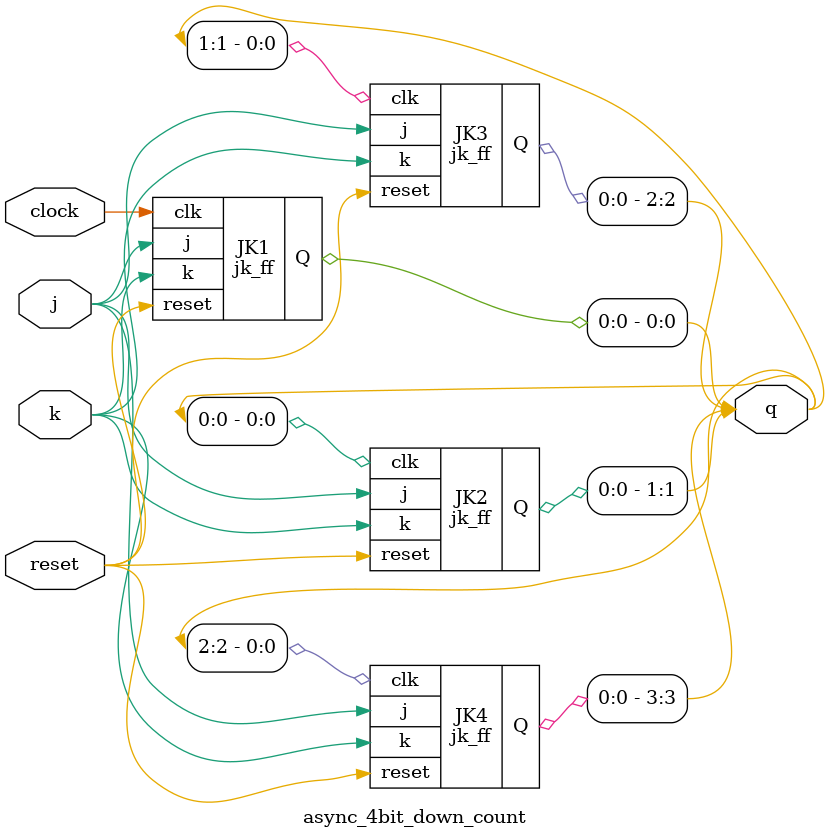
<source format=v>
module jk_ff(j,k,clk,reset,Q);
input j,k,clk,reset;
output reg Q;
    always@(posedge clk)
          begin
            if(reset)
            Q <= 1'b1;
            else  begin
                  case({j,k})
                  2'b00: Q<= Q;
                  2'b01: Q<= 1'b0;
                  2'b10: Q<= 1'b1;
                  2'b11: Q<= ~Q;
                  default:begin end
                  endcase
         end          
end
endmodule

module async_4bit_down_count(j,k,clock,reset,q);
input j,k;
input clock,reset;
output [3:0]q;
jk_ff JK1(j,k,clock,reset,q[0]);
jk_ff JK2(j,k,q[0],reset,q[1]);
jk_ff JK3(j,k,q[1],reset,q[2]);
jk_ff JK4(j,k,q[2],reset,q[3]);
endmodule

</source>
